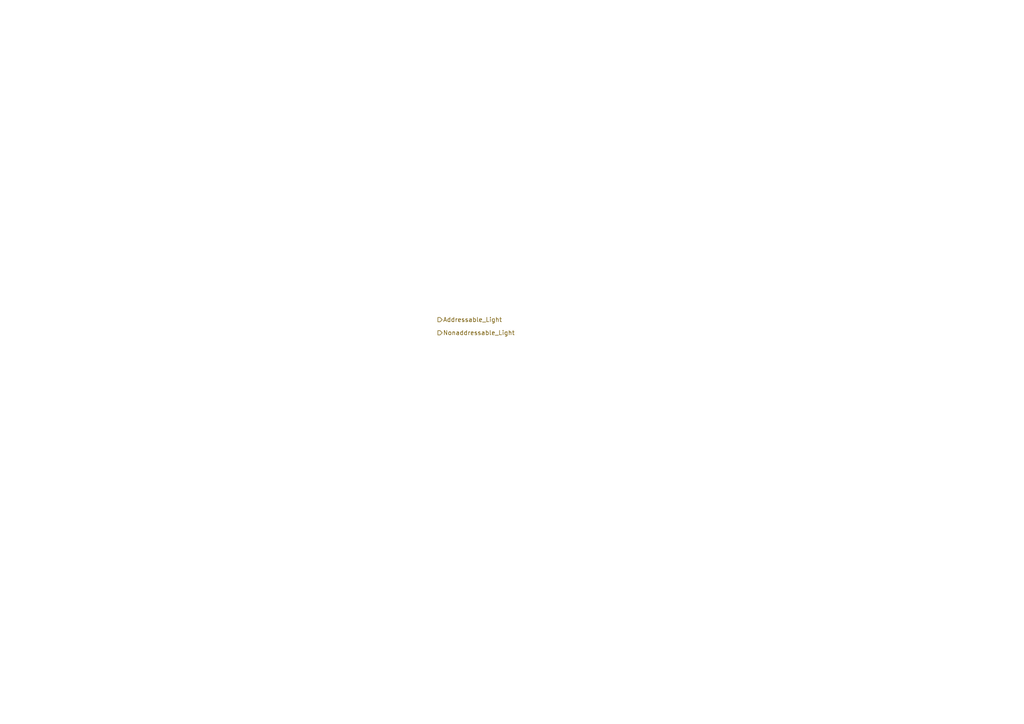
<source format=kicad_sch>
(kicad_sch
	(version 20250114)
	(generator "eeschema")
	(generator_version "9.0")
	(uuid "a75b9d60-efe3-42a6-8800-d99f3a66afe7")
	(paper "A4")
	(lib_symbols)
	(hierarchical_label "Nonaddressable_Light"
		(shape output)
		(at 127 96.52 0)
		(effects
			(font
				(size 1.27 1.27)
			)
			(justify left)
		)
		(uuid "3de3ffcd-1b53-4362-93e9-5146f5adce98")
	)
	(hierarchical_label "Addressable_Light"
		(shape output)
		(at 127 92.71 0)
		(effects
			(font
				(size 1.27 1.27)
			)
			(justify left)
		)
		(uuid "a4fca87c-77bc-4ada-a8a5-ec7e4c89e13a")
	)
)

</source>
